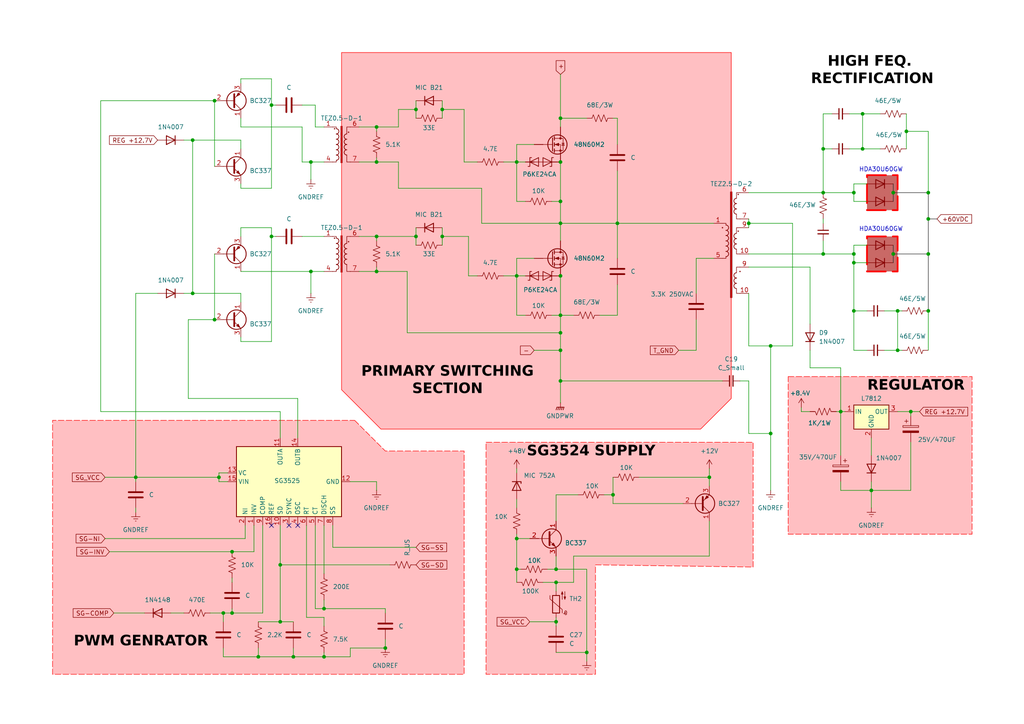
<source format=kicad_sch>
(kicad_sch (version 20250114) (generator "eeschema") (generator_version "9.0")
  (paper "A4")
  (title_block (title "PWM SWITCHING, RECTIFICATION AND REGULATION"))
  (text "HDA30U60GW" (at 255.524 49.276 0) (effects (font (size 1.27 1.27))))
  (text "HIGH FEQ. \nRECTIFICATION" (at 252.984 21.336 0) (effects (font (size 3 3) (thickness 0.254) (bold yes))))
  (text "REGULATOR" (at 265.684 112.776 0) (effects (font (size 3 3) (thickness 0.254) (bold yes))))
  (text "PWM GENRATOR" (at 40.894 186.944 0) (effects (font (size 3 3) (thickness 0.254) (bold yes))))
  (text "HDA30U60GW" (at 255.524 66.548 0) (effects (font (size 1.27 1.27))))
  (text "PRIMARY SWITCHING\nSECTION\n" (at 129.794 111.252 0) (effects (font (size 3 3) (thickness 0.254) (bold yes))))
  (text "SG3524 SUPPLY" (at 171.45 131.826 0) (effects (font (size 3 3) (thickness 0.254) (bold yes))))
  (junction (at 250.19 33.02))
  (junction (at 162.56 110.49))
  (junction (at 260.35 101.6))
  (junction (at 170.18 189.23))
  (junction (at 162.56 91.44))
  (junction (at 78.74 68.58))
  (junction (at 161.29 180.34))
  (junction (at 149.86 80.01))
  (junction (at 217.17 64.77))
  (junction (at 269.24 90.17))
  (junction (at 90.17 46.99))
  (junction (at 62.23 92.71))
  (junction (at 109.22 36.83))
  (junction (at 67.31 160.02))
  (junction (at 162.56 34.29))
  (junction (at 149.86 156.21))
  (junction (at 259.08 73.66))
  (junction (at 55.88 40.64))
  (junction (at 269.24 73.66))
  (junction (at 247.65 73.66))
  (junction (at 262.89 38.1))
  (junction (at 162.56 80.01))
  (junction (at 64.77 177.8))
  (junction (at 90.17 78.74))
  (junction (at 223.52 100.33))
  (junction (at 264.16 119.38))
  (junction (at 162.56 46.99))
  (junction (at 67.31 177.8))
  (junction (at 55.88 85.09))
  (junction (at 269.24 63.5))
  (junction (at 39.37 138.43))
  (junction (at 161.29 168.91))
  (junction (at 81.28 163.83))
  (junction (at 111.76 187.96))
  (junction (at 120.65 68.58))
  (junction (at 162.56 64.77))
  (junction (at 74.93 190.5))
  (junction (at 63.5 138.43))
  (junction (at 205.74 138.43))
  (junction (at 128.27 31.75))
  (junction (at 93.98 190.5))
  (junction (at 162.56 101.6))
  (junction (at 162.56 58.42))
  (junction (at 260.35 90.17))
  (junction (at 78.74 30.48))
  (junction (at 120.65 31.75))
  (junction (at 238.76 43.18))
  (junction (at 109.22 46.99))
  (junction (at 177.8 143.51))
  (junction (at 85.09 190.5))
  (junction (at 109.22 68.58))
  (junction (at 149.86 165.1))
  (junction (at 81.28 180.34))
  (junction (at 109.22 78.74))
  (junction (at 269.24 55.88))
  (junction (at 259.08 55.88))
  (junction (at 223.52 125.73))
  (junction (at 247.65 55.88))
  (junction (at 162.56 96.52))
  (junction (at 243.84 119.38))
  (junction (at 93.98 176.53))
  (junction (at 247.65 76.2))
  (junction (at 238.76 73.66))
  (junction (at 247.65 90.17))
  (junction (at 149.86 46.99))
  (junction (at 238.76 55.88))
  (junction (at 62.23 29.21))
  (junction (at 179.07 64.77))
  (junction (at 252.73 142.24))
  (junction (at 250.19 43.18))
  (junction (at 128.27 68.58))
  (junction (at 161.29 165.1))
  (no_connect (at 83.82 152.4))
  (no_connect (at 78.74 152.4))
  (no_connect (at 86.36 152.4))
  (wire (pts (xy 88.9 152.4) (xy 88.9 179.07)))
  (wire (pts (xy 223.52 100.33) (xy 223.52 125.73)))
  (wire (pts (xy 85.09 190.5) (xy 93.98 190.5)))
  (wire (pts (xy 81.28 163.83) (xy 113.03 163.83)))
  (wire (pts (xy 109.22 46.99) (xy 115.57 46.99)))
  (wire (pts (xy 162.56 110.49) (xy 162.56 116.84)))
  (wire (pts (xy 71.12 152.4) (xy 71.12 156.21)))
  (wire (pts (xy 217.17 63.5) (xy 217.17 64.77)))
  (wire (pts (xy 260.35 119.38) (xy 264.16 119.38)))
  (wire (pts (xy 120.65 29.21) (xy 120.65 31.75)))
  (wire (pts (xy 162.56 58.42) (xy 162.56 64.77)))
  (wire (pts (xy 109.22 36.83) (xy 115.57 36.83)))
  (wire (pts (xy 256.54 101.6) (xy 260.35 101.6)))
  (wire (pts (xy 217.17 125.73) (xy 217.17 110.49)))
  (wire (pts (xy 64.77 190.5) (xy 74.93 190.5)))
  (wire (pts (xy 118.11 78.74) (xy 118.11 96.52)))
  (wire (pts (xy 179.07 64.77) (xy 207.01 64.77)))
  (wire (pts (xy 269.24 38.1) (xy 269.24 55.88)))
  (wire (pts (xy 161.29 161.29) (xy 161.29 165.1)))
  (wire (pts (xy 64.77 177.8) (xy 64.77 180.34)))
  (wire (pts (xy 109.22 68.58) (xy 109.22 69.85)))
  (wire (pts (xy 134.62 31.75) (xy 128.27 31.75)))
  (wire (pts (xy 179.07 64.77) (xy 179.07 74.93)))
  (wire (pts (xy 54.61 92.71) (xy 62.23 92.71)))
  (wire (pts (xy 69.85 66.04) (xy 78.74 66.04)))
  (wire (pts (xy 238.76 55.88) (xy 247.65 55.88)))
  (wire (pts (xy 205.74 161.29) (xy 166.37 161.29)))
  (wire (pts (xy 90.17 78.74) (xy 93.98 78.74)))
  (wire (pts (xy 252.73 142.24) (xy 252.73 139.7)))
  (wire (pts (xy 217.17 110.49) (xy 214.63 110.49)))
  (wire (pts (xy 93.98 152.4) (xy 93.98 166.37)))
  (wire (pts (xy 238.76 33.02) (xy 238.76 43.18)))
  (wire (pts (xy 149.86 80.01) (xy 152.4 80.01)))
  (wire (pts (xy 201.93 74.93) (xy 201.93 85.09)))
  (wire (pts (xy 149.86 74.93) (xy 149.86 80.01)))
  (wire (pts (xy 243.84 119.38) (xy 243.84 132.08)))
  (wire (pts (xy 162.56 110.49) (xy 209.55 110.49)))
  (wire (pts (xy 259.08 71.12) (xy 259.08 73.66)) (stroke (width 0) (color 46 46 46 1)))
  (wire (pts (xy 247.65 53.34) (xy 251.46 53.34)))
  (wire (pts (xy 154.94 74.93) (xy 149.86 74.93)))
  (wire (pts (xy 135.89 80.01) (xy 135.89 68.58)))
  (wire (pts (xy 109.22 139.7) (xy 101.6 139.7)))
  (wire (pts (xy 78.74 30.48) (xy 78.74 22.86)))
  (wire (pts (xy 269.24 63.5) (xy 269.24 73.66)) (stroke (width 0) (color 46 46 46 1)))
  (wire (pts (xy 87.63 68.58) (xy 93.98 68.58)))
  (wire (pts (xy 177.8 146.05) (xy 198.12 146.05)))
  (wire (pts (xy 55.88 40.64) (xy 55.88 85.09)))
  (wire (pts (xy 109.22 142.24) (xy 109.22 139.7)))
  (wire (pts (xy 196.85 101.6) (xy 201.93 101.6)))
  (wire (pts (xy 162.56 21.59) (xy 162.56 34.29)))
  (wire (pts (xy 115.57 46.99) (xy 115.57 54.61)))
  (wire (pts (xy 223.52 100.33) (xy 229.87 100.33)))
  (wire (pts (xy 86.36 115.57) (xy 86.36 127)))
  (wire (pts (xy 260.35 90.17) (xy 260.35 101.6)))
  (wire (pts (xy 67.31 160.02) (xy 73.66 160.02)))
  (wire (pts (xy 185.42 138.43) (xy 205.74 138.43)))
  (wire (pts (xy 109.22 45.72) (xy 109.22 46.99)))
  (wire (pts (xy 81.28 119.38) (xy 81.28 127)))
  (wire (pts (xy 250.19 33.02) (xy 255.27 33.02)))
  (wire (pts (xy 63.5 138.43) (xy 63.5 139.7)))
  (wire (pts (xy 234.95 106.68) (xy 234.95 101.6)))
  (wire (pts (xy 161.29 189.23) (xy 170.18 189.23)))
  (wire (pts (xy 161.29 180.34) (xy 161.29 181.61)))
  (wire (pts (xy 111.76 185.42) (xy 111.76 187.96)))
  (wire (pts (xy 162.56 91.44) (xy 162.56 96.52)))
  (wire (pts (xy 170.18 189.23) (xy 170.18 191.77)))
  (wire (pts (xy 252.73 142.24) (xy 264.16 142.24)))
  (wire (pts (xy 247.65 76.2) (xy 247.65 90.17)))
  (wire (pts (xy 247.65 71.12) (xy 247.65 73.66)))
  (wire (pts (xy 118.11 96.52) (xy 162.56 96.52)))
  (wire (pts (xy 170.18 165.1) (xy 170.18 189.23)))
  (wire (pts (xy 88.9 179.07) (xy 93.98 179.07)))
  (wire (pts (xy 78.74 99.06) (xy 69.85 99.06)))
  (wire (pts (xy 162.56 101.6) (xy 162.56 110.49)))
  (wire (pts (xy 63.5 139.7) (xy 66.04 139.7)))
  (wire (pts (xy 66.04 137.16) (xy 63.5 137.16)))
  (wire (pts (xy 259.08 55.88) (xy 269.24 55.88)) (stroke (width 0) (color 46 46 46 1)))
  (wire (pts (xy 78.74 22.86) (xy 69.85 22.86)))
  (wire (pts (xy 109.22 78.74) (xy 118.11 78.74)))
  (wire (pts (xy 252.73 127) (xy 252.73 132.08)))
  (wire (pts (xy 81.28 180.34) (xy 85.09 180.34)))
  (wire (pts (xy 104.14 36.83) (xy 109.22 36.83)))
  (wire (pts (xy 153.67 180.34) (xy 161.29 180.34)))
  (wire (pts (xy 242.57 119.38) (xy 243.84 119.38)))
  (wire (pts (xy 260.35 90.17) (xy 261.62 90.17)))
  (wire (pts (xy 247.65 55.88) (xy 247.65 58.42)))
  (wire (pts (xy 74.93 180.34) (xy 81.28 180.34)))
  (wire (pts (xy 247.65 53.34) (xy 247.65 55.88)))
  (wire (pts (xy 139.7 64.77) (xy 162.56 64.77)))
  (wire (pts (xy 161.29 179.07) (xy 161.29 180.34)))
  (wire (pts (xy 101.6 187.96) (xy 111.76 187.96)))
  (wire (pts (xy 152.4 58.42) (xy 149.86 58.42)))
  (wire (pts (xy 86.36 115.57) (xy 54.61 115.57)))
  (wire (pts (xy 262.89 33.02) (xy 262.89 38.1)))
  (wire (pts (xy 256.54 90.17) (xy 260.35 90.17)))
  (wire (pts (xy 217.17 100.33) (xy 217.17 85.09)))
  (wire (pts (xy 250.19 43.18) (xy 255.27 43.18)))
  (wire (pts (xy 49.53 177.8) (xy 53.34 177.8)))
  (wire (pts (xy 109.22 68.58) (xy 120.65 68.58)))
  (wire (pts (xy 69.85 78.74) (xy 90.17 78.74)))
  (wire (pts (xy 179.07 34.29) (xy 177.8 34.29)))
  (wire (pts (xy 91.44 176.53) (xy 93.98 176.53)))
  (wire (pts (xy 69.85 53.34) (xy 69.85 54.61)))
  (wire (pts (xy 69.85 34.29) (xy 69.85 36.83)))
  (wire (pts (xy 104.14 46.99) (xy 109.22 46.99)))
  (wire (pts (xy 250.19 33.02) (xy 250.19 43.18)))
  (wire (pts (xy 201.93 92.71) (xy 201.93 101.6)))
  (wire (pts (xy 76.2 177.8) (xy 67.31 177.8)))
  (wire (pts (xy 162.56 34.29) (xy 162.56 36.83)))
  (wire (pts (xy 69.85 66.04) (xy 69.85 68.58)))
  (wire (pts (xy 135.89 68.58) (xy 128.27 68.58)))
  (wire (pts (xy 179.07 49.53) (xy 179.07 64.77)))
  (wire (pts (xy 269.24 63.5) (xy 271.78 63.5)) (stroke (width 0) (color 46 46 46 1)))
  (wire (pts (xy 243.84 139.7) (xy 243.84 142.24)))
  (wire (pts (xy 264.16 119.38) (xy 266.7 119.38)))
  (wire (pts (xy 149.86 58.42) (xy 149.86 46.99)))
  (wire (pts (xy 69.85 54.61) (xy 78.74 54.61)))
  (wire (pts (xy 166.37 91.44) (xy 162.56 91.44)))
  (wire (pts (xy 149.86 91.44) (xy 149.86 80.01)))
  (wire (pts (xy 87.63 36.83) (xy 87.63 46.99)))
  (wire (pts (xy 149.86 156.21) (xy 149.86 165.1)))
  (wire (pts (xy 134.62 46.99) (xy 134.62 31.75)))
  (wire (pts (xy 104.14 68.58) (xy 109.22 68.58)))
  (wire (pts (xy 217.17 125.73) (xy 223.52 125.73)))
  (wire (pts (xy 71.12 156.21) (xy 30.48 156.21)))
  (wire (pts (xy 259.08 73.66) (xy 269.24 73.66)) (stroke (width 0) (color 46 46 46 1)))
  (wire (pts (xy 238.76 73.66) (xy 247.65 73.66)))
  (wire (pts (xy 138.43 80.01) (xy 135.89 80.01)))
  (wire (pts (xy 175.26 143.51) (xy 177.8 143.51)))
  (wire (pts (xy 74.93 190.5) (xy 85.09 190.5)))
  (wire (pts (xy 251.46 90.17) (xy 247.65 90.17)))
  (wire (pts (xy 146.05 80.01) (xy 149.86 80.01)))
  (wire (pts (xy 81.28 163.83) (xy 81.28 180.34)))
  (wire (pts (xy 93.98 173.99) (xy 93.98 176.53)))
  (wire (pts (xy 62.23 48.26) (xy 62.23 29.21)))
  (wire (pts (xy 262.89 38.1) (xy 269.24 38.1)))
  (wire (pts (xy 78.74 66.04) (xy 78.74 68.58)))
  (wire (pts (xy 160.02 91.44) (xy 162.56 91.44)))
  (wire (pts (xy 161.29 165.1) (xy 158.75 165.1)))
  (wire (pts (xy 243.84 106.68) (xy 234.95 106.68)))
  (wire (pts (xy 161.29 143.51) (xy 161.29 151.13)))
  (wire (pts (xy 146.05 46.99) (xy 149.86 46.99)))
  (wire (pts (xy 149.86 165.1) (xy 149.86 168.91)))
  (wire (pts (xy 162.56 64.77) (xy 179.07 64.77)))
  (wire (pts (xy 78.74 68.58) (xy 80.01 68.58)))
  (wire (pts (xy 247.65 90.17) (xy 247.65 101.6)))
  (wire (pts (xy 243.84 119.38) (xy 245.11 119.38)))
  (wire (pts (xy 238.76 63.5) (xy 238.76 64.77)))
  (wire (pts (xy 238.76 43.18) (xy 238.76 55.88)))
  (wire (pts (xy 128.27 66.04) (xy 128.27 68.58)))
  (wire (pts (xy 54.61 115.57) (xy 54.61 92.71)))
  (wire (pts (xy 63.5 137.16) (xy 63.5 138.43)))
  (wire (pts (xy 229.87 100.33) (xy 229.87 64.77)))
  (wire (pts (xy 30.48 138.43) (xy 39.37 138.43)))
  (wire (pts (xy 154.94 101.6) (xy 162.56 101.6)))
  (wire (pts (xy 207.01 74.93) (xy 201.93 74.93)))
  (wire (pts (xy 243.84 142.24) (xy 252.73 142.24)))
  (wire (pts (xy 217.17 55.88) (xy 238.76 55.88)))
  (wire (pts (xy 162.56 46.99) (xy 162.56 58.42)))
  (wire (pts (xy 39.37 85.09) (xy 39.37 138.43)))
  (wire (pts (xy 128.27 68.58) (xy 128.27 71.12)))
  (wire (pts (xy 69.85 22.86) (xy 69.85 24.13)))
  (wire (pts (xy 93.98 176.53) (xy 111.76 176.53)))
  (wire (pts (xy 101.6 190.5) (xy 101.6 187.96)))
  (wire (pts (xy 149.86 165.1) (xy 151.13 165.1)))
  (wire (pts (xy 53.34 85.09) (xy 55.88 85.09)))
  (wire (pts (xy 93.98 179.07) (xy 93.98 181.61)))
  (wire (pts (xy 232.41 119.38) (xy 234.95 119.38)))
  (wire (pts (xy 170.18 165.1) (xy 161.29 165.1)))
  (wire (pts (xy 205.74 151.13) (xy 205.74 161.29)))
  (wire (pts (xy 104.14 78.74) (xy 109.22 78.74)))
  (wire (pts (xy 81.28 152.4) (xy 81.28 163.83)))
  (wire (pts (xy 264.16 119.38) (xy 264.16 120.65)))
  (wire (pts (xy 87.63 46.99) (xy 90.17 46.99)))
  (wire (pts (xy 241.3 33.02) (xy 238.76 33.02)))
  (wire (pts (xy 149.86 135.89) (xy 149.86 137.16)))
  (wire (pts (xy 69.85 87.63) (xy 69.85 85.09)))
  (wire (pts (xy 177.8 146.05) (xy 177.8 143.51)))
  (wire (pts (xy 76.2 152.4) (xy 76.2 177.8)))
  (wire (pts (xy 39.37 147.32) (xy 39.37 148.59)))
  (wire (pts (xy 217.17 73.66) (xy 238.76 73.66)))
  (wire (pts (xy 269.24 73.66) (xy 269.24 90.17)) (stroke (width 0) (color 46 46 46 1)))
  (wire (pts (xy 73.66 160.02) (xy 73.66 152.4)))
  (wire (pts (xy 78.74 68.58) (xy 78.74 99.06)))
  (wire (pts (xy 217.17 100.33) (xy 223.52 100.33)))
  (wire (pts (xy 149.86 156.21) (xy 153.67 156.21)))
  (wire (pts (xy 62.23 29.21) (xy 29.21 29.21)))
  (wire (pts (xy 161.29 143.51) (xy 167.64 143.51)))
  (wire (pts (xy 259.08 73.66) (xy 259.08 76.2)) (stroke (width 0) (color 46 46 46 1)))
  (wire (pts (xy 85.09 187.96) (xy 85.09 190.5)))
  (wire (pts (xy 67.31 167.64) (xy 67.31 168.91)))
  (wire (pts (xy 96.52 158.75) (xy 120.65 158.75)))
  (wire (pts (xy 238.76 43.18) (xy 241.3 43.18)))
  (wire (pts (xy 39.37 138.43) (xy 39.37 139.7)))
  (wire (pts (xy 90.17 46.99) (xy 93.98 46.99)))
  (wire (pts (xy 139.7 54.61) (xy 139.7 64.77)))
  (wire (pts (xy 115.57 36.83) (xy 115.57 31.75)))
  (wire (pts (xy 128.27 29.21) (xy 128.27 31.75)))
  (wire (pts (xy 33.02 177.8) (xy 41.91 177.8)))
  (wire (pts (xy 69.85 40.64) (xy 69.85 43.18)))
  (wire (pts (xy 205.74 135.89) (xy 205.74 138.43)))
  (wire (pts (xy 269.24 55.88) (xy 269.24 63.5)) (stroke (width 0) (color 46 46 46 1)))
  (wire (pts (xy 78.74 30.48) (xy 80.01 30.48)))
  (wire (pts (xy 91.44 30.48) (xy 91.44 36.83)))
  (wire (pts (xy 45.72 85.09) (xy 39.37 85.09)))
  (wire (pts (xy 149.86 154.94) (xy 149.86 156.21)))
  (wire (pts (xy 234.95 77.47) (xy 217.17 77.47)))
  (wire (pts (xy 162.56 91.44) (xy 162.56 80.01)))
  (wire (pts (xy 69.85 85.09) (xy 55.88 85.09)))
  (wire (pts (xy 120.65 31.75) (xy 120.65 34.29)))
  (wire (pts (xy 223.52 125.73) (xy 223.52 142.24)))
  (wire (pts (xy 93.98 189.23) (xy 93.98 190.5)))
  (wire (pts (xy 247.65 71.12) (xy 251.46 71.12)))
  (wire (pts (xy 78.74 54.61) (xy 78.74 30.48)))
  (wire (pts (xy 246.38 33.02) (xy 250.19 33.02)))
  (wire (pts (xy 264.16 128.27) (xy 264.16 142.24)))
  (wire (pts (xy 31.75 160.02) (xy 67.31 160.02)))
  (wire (pts (xy 247.65 73.66) (xy 247.65 76.2)))
  (wire (pts (xy 109.22 77.47) (xy 109.22 78.74)))
  (wire (pts (xy 96.52 152.4) (xy 96.52 158.75)))
  (wire (pts (xy 115.57 31.75) (xy 120.65 31.75)))
  (wire (pts (xy 259.08 53.34) (xy 259.08 55.88)) (stroke (width 0) (color 46 46 46 1)))
  (wire (pts (xy 149.86 144.78) (xy 149.86 147.32)))
  (wire (pts (xy 120.65 66.04) (xy 120.65 68.58)))
  (wire (pts (xy 162.56 34.29) (xy 170.18 34.29)))
  (wire (pts (xy 91.44 36.83) (xy 93.98 36.83)))
  (wire (pts (xy 149.86 46.99) (xy 152.4 46.99)))
  (wire (pts (xy 252.73 142.24) (xy 252.73 147.32)))
  (wire (pts (xy 229.87 64.77) (xy 217.17 64.77)))
  (wire (pts (xy 67.31 176.53) (xy 67.31 177.8)))
  (wire (pts (xy 161.29 168.91) (xy 161.29 171.45)))
  (wire (pts (xy 62.23 92.71) (xy 62.23 73.66)))
  (wire (pts (xy 91.44 152.4) (xy 91.44 176.53)))
  (wire (pts (xy 152.4 91.44) (xy 149.86 91.44)))
  (wire (pts (xy 246.38 43.18) (xy 250.19 43.18)))
  (wire (pts (xy 53.34 40.64) (xy 55.88 40.64)))
  (wire (pts (xy 154.94 41.91) (xy 149.86 41.91)))
  (wire (pts (xy 217.17 64.77) (xy 217.17 66.04)))
  (wire (pts (xy 260.35 101.6) (xy 261.62 101.6)))
  (wire (pts (xy 238.76 69.85) (xy 238.76 73.66)))
  (wire (pts (xy 179.07 82.55) (xy 179.07 91.44)))
  (wire (pts (xy 247.65 76.2) (xy 251.46 76.2)))
  (wire (pts (xy 115.57 54.61) (xy 139.7 54.61)))
  (wire (pts (xy 149.86 41.91) (xy 149.86 46.99)))
  (wire (pts (xy 74.93 187.96) (xy 74.93 190.5)))
  (wire (pts (xy 166.37 161.29) (xy 166.37 168.91)))
  (wire (pts (xy 179.07 34.29) (xy 179.07 41.91)))
  (wire (pts (xy 128.27 31.75) (xy 128.27 34.29)))
  (wire (pts (xy 232.41 118.11) (xy 232.41 119.38)))
  (wire (pts (xy 69.85 99.06) (xy 69.85 97.79)))
  (wire (pts (xy 269.24 90.17) (xy 269.24 101.6)))
  (wire (pts (xy 179.07 91.44) (xy 173.99 91.44)))
  (wire (pts (xy 90.17 78.74) (xy 90.17 85.09)))
  (wire (pts (xy 177.8 138.43) (xy 177.8 143.51)))
  (wire (pts (xy 262.89 38.1) (xy 262.89 43.18)))
  (wire (pts (xy 109.22 36.83) (xy 109.22 38.1)))
  (wire (pts (xy 205.74 138.43) (xy 205.74 140.97)))
  (wire (pts (xy 234.95 77.47) (xy 234.95 93.98)))
  (wire (pts (xy 39.37 138.43) (xy 63.5 138.43)))
  (wire (pts (xy 93.98 190.5) (xy 101.6 190.5)))
  (wire (pts (xy 162.56 96.52) (xy 162.56 101.6)))
  (wire (pts (xy 90.17 52.07) (xy 90.17 46.99)))
  (wire (pts (xy 157.48 168.91) (xy 161.29 168.91)))
  (wire (pts (xy 111.76 176.53) (xy 111.76 177.8)))
  (wire (pts (xy 166.37 168.91) (xy 161.29 168.91)))
  (wire (pts (xy 60.96 177.8) (xy 64.77 177.8)))
  (wire (pts (xy 243.84 106.68) (xy 243.84 119.38)))
  (wire (pts (xy 87.63 30.48) (xy 91.44 30.48)))
  (wire (pts (xy 120.65 68.58) (xy 120.65 71.12)))
  (wire (pts (xy 55.88 40.64) (xy 69.85 40.64)))
  (wire (pts (xy 160.02 58.42) (xy 162.56 58.42)))
  (wire (pts (xy 259.08 55.88) (xy 259.08 58.42)) (stroke (width 0) (color 46 46 46 1)))
  (wire (pts (xy 69.85 36.83) (xy 87.63 36.83)))
  (wire (pts (xy 64.77 187.96) (xy 64.77 190.5)))
  (wire (pts (xy 67.31 177.8) (xy 64.77 177.8)))
  (wire (pts (xy 29.21 29.21) (xy 29.21 119.38)))
  (wire (pts (xy 138.43 46.99) (xy 134.62 46.99)))
  (wire (pts (xy 247.65 58.42) (xy 251.46 58.42)))
  (wire (pts (xy 162.56 64.77) (xy 162.56 69.85)))
  (wire (pts (xy 247.65 101.6) (xy 251.46 101.6)))
  (wire (pts (xy 29.21 119.38) (xy 81.28 119.38)))
  (global_label "SG_VCC" (shape input) (at 30.48 138.43 180) (property "Intersheetrefs" "${INTERSHEET_REFS}" (effects (hide yes))))
  (global_label "SG-NI" (shape input) (at 30.48 156.21 180) (property "Intersheetrefs" "${INTERSHEET_REFS}" (effects (hide yes))))
  (global_label "SG_VCC" (shape input) (at 153.67 180.34 180) (property "Intersheetrefs" "${INTERSHEET_REFS}" (effects (hide yes))))
  (global_label "-" (shape input) (at 154.94 101.6 180) (property "Intersheetrefs" "${INTERSHEET_REFS}" (effects (hide yes))))
  (global_label "+60VDC" (shape input) (at 271.78 63.5 0) (property "Intersheetrefs" "${INTERSHEET_REFS}" (effects (hide yes))))
  (global_label "SG-INV" (shape input) (at 31.75 160.02 180) (property "Intersheetrefs" "${INTERSHEET_REFS}" (effects (hide yes))))
  (global_label "SG-SD" (shape input) (at 120.65 163.83 0) (property "Intersheetrefs" "${INTERSHEET_REFS}" (effects (hide yes))))
  (global_label "REG +12.7V" (shape input) (at 266.7 119.38 0) (property "Intersheetrefs" "${INTERSHEET_REFS}" (effects (hide yes))))
  (global_label "REG +12.7V" (shape input) (at 45.72 40.64 180) (property "Intersheetrefs" "${INTERSHEET_REFS}" (effects (hide yes))))
  (global_label "SG-COMP" (shape input) (at 33.02 177.8 180) (property "Intersheetrefs" "${INTERSHEET_REFS}" (effects (hide yes))))
  (global_label "+" (shape input) (at 162.56 21.59 90) (property "Intersheetrefs" "${INTERSHEET_REFS}" (effects (hide yes))))
  (global_label "SG-SS" (shape input) (at 120.65 158.75 0) (property "Intersheetrefs" "${INTERSHEET_REFS}" (effects (hide yes))))
  (global_label "T_GND" (shape input) (at 196.85 101.6 180) (property "Intersheetrefs" "${INTERSHEET_REFS}" (effects (hide yes))))
  (rule_area (polyline (pts (xy 228.6 109.22) (xy 281.94 109.22) (xy 281.94 154.94) (xy 228.6 154.94)) (stroke (width 0) (type dash)) (fill (type color) (color 255 0 12 0.2509803922))))
  (rule_area (polyline (pts (xy 251.46 68.58) (xy 260.35 68.58) (xy 260.35 78.74) (xy 251.46 78.74)) (stroke (width 0.5) (type dash)) (fill (type color) (color 166 5 1 0.6))))
  (rule_area (polyline (pts (xy 251.46 50.8) (xy 260.35 50.8) (xy 260.35 60.96) (xy 251.46 60.96)) (stroke (width 0.5) (type dash)) (fill (type color) (color 166 5 1 0.6))))
  (rule_area (polyline (pts (xy 212.09 15.24) (xy 212.09 115.57) (xy 203.2 124.46) (xy 110.49 124.46) (xy 99.06 113.03) (xy 99.06 15.24) (xy 104.14 15.24)) (fill (type color) (color 255 0 12 0.25))))
  (rule_area (polyline (pts (xy 140.97 128.27) (xy 218.44 128.27) (xy 218.44 130.175) (xy 218.44 164.465) (xy 172.72 163.83) (xy 172.72 195.58) (xy 140.97 195.58)) (stroke (width 0) (type dash)) (fill (type color) (color 255 0 12 0.2509803922))))
  (rule_area (polyline (pts (xy 102.87 121.92) (xy 111.76 130.81) (xy 134.62 130.81) (xy 134.62 195.58) (xy 15.24 195.58) (xy 15.24 121.92) (xy 20.32 121.92)) (stroke (width 0) (type dash)) (fill (type color) (color 255 0 12 0.2509803922))))
  (symbol (lib_id "Diode:1N4148") (at 124.46 66.04 0) (unit 1)
    (property "Reference" "D6" (effects (hide yes)))
    (property "Value" "MIC B21" (at 124.46 62.23 0))
    (property "Footprint" "Diode_THT:D_DO-35_SOD27_P7.62mm_Horizontal" (effects (hide yes)))
    (property "Datasheet" "https://assets.nexperia.com/documents/data-sheet/1N4148_1N4448.pdf" (effects (hide yes)))
    (property "Description" "100V 0.15A standard switching diode, DO-35" (effects (hide yes)))
    (property "Sim.Device" "D" (effects (hide yes)))
    (property "Sim.Pins" "1=K 2=A" (effects (hide yes)))
  )
  (symbol (lib_name "R_US_1") (lib_id "Device:R_US") (at 149.86 151.13 0) (unit 1)
    (property "Reference" "R40" (effects (hide yes)))
    (property "Value" "10K" (at 147.32 149.8601 0) (effects (justify right)))
    (property "Description" "Resistor, US symbol" (effects (hide yes)))
  )
  (symbol (lib_id "Device:R_US") (at 238.76 59.69 180) (unit 1)
    (property "Reference" "R21" (effects (hide yes)))
    (property "Value" "46E/3W" (at 228.854 59.436 0) (effects (justify right)))
    (property "Description" "Resistor, US symbol" (effects (hide yes)))
  )
  (symbol (lib_id "power:GNDREF") (at 111.76 187.96 0) (unit 1)
    (property "Reference" "#PWR07" (effects (hide yes)))
    (property "Value" "GNDREF" (at 111.76 193.04 0))
    (property "Description" "Power symbol creates a global label with name \"GNDREF\" , reference supply ground" (effects (hide yes)))
  )
  (symbol (lib_id "Device:C") (at 39.37 143.51 180) (unit 1)
    (property "Reference" "C28" (effects (hide yes)))
    (property "Value" "C" (at 43.18 143.5099 0) (effects (justify right)))
    (property "Description" "Unpolarized capacitor" (effects (hide yes)))
  )
  (symbol (lib_id "Device:C") (at 85.09 184.15 180) (unit 1)
    (property "Reference" "C16" (effects (hide yes)))
    (property "Value" "C" (at 88.9 184.1499 0) (effects (justify right)))
    (property "Description" "Unpolarized capacitor" (effects (hide yes)))
  )
  (symbol (lib_id "Diode:1N4148") (at 124.46 29.21 0) (unit 1)
    (property "Reference" "D?" (effects (hide yes)))
    (property "Value" "MIC B21" (at 124.46 25.4 0))
    (property "Footprint" "Diode_THT:D_DO-35_SOD27_P7.62mm_Horizontal" (effects (hide yes)))
    (property "Datasheet" "https://assets.nexperia.com/documents/data-sheet/1N4148_1N4448.pdf" (effects (hide yes)))
    (property "Description" "100V 0.15A standard switching diode, DO-35" (effects (hide yes)))
    (property "Sim.Device" "D" (effects (hide yes)))
    (property "Sim.Pins" "1=K 2=A" (effects (hide yes)))
  )
  (symbol (lib_id "Device:R_US") (at 142.24 46.99 90) (unit 1)
    (property "Reference" "R9" (effects (hide yes)))
    (property "Value" "4.7E" (at 142.24 43.18 90))
    (property "Description" "Resistor, US symbol" (effects (hide yes)))
  )
  (symbol (lib_id "Device:C_Polarized") (at 264.16 124.46 0) (unit 1)
    (property "Reference" "C14" (effects (hide yes)))
    (property "Value" "25V/470UF" (at 266.192 127.508 0) (effects (justify left)))
    (property "Description" "Polarized capacitor" (effects (hide yes)))
  )
  (symbol (lib_id "Device:R_US") (at 57.15 177.8 90) (unit 1)
    (property "Reference" "R20" (effects (hide yes)))
    (property "Value" "470E" (at 57.15 173.99 90))
    (property "Description" "Resistor, US symbol" (effects (hide yes)))
  )
  (symbol (lib_id "Device:R_US") (at 265.43 101.6 270) (unit 1)
    (property "Reference" "R25" (effects (hide yes)))
    (property "Value" "46E/5W" (at 264.668 97.536 90))
    (property "Description" "Resistor, US symbol" (effects (hide yes)))
  )
  (symbol (lib_id "power:GNDREF") (at 109.22 142.24 0) (unit 1)
    (property "Reference" "#PWR06" (effects (hide yes)))
    (property "Value" "GNDREF" (at 109.22 147.32 0))
    (property "Description" "Power symbol creates a global label with name \"GNDREF\" , reference supply ground" (effects (hide yes)))
  )
  (symbol (lib_id "Transformer:TEZ0.5-D-1") (at 99.06 41.91 0) (unit 1)
    (property "Reference" "TR?" (effects (hide yes)))
    (property "Value" "TEZ0.5-D-1" (at 99.0981 34.29 0))
    (property "Footprint" "Transformer_THT:Transformer_Breve_TEZ-22x24" (effects (hide yes)))
    (property "Datasheet" "http://www.breve.pl/pdf/ANG/TEZ_ang.pdf" (effects (hide yes)))
    (property "Description" "TEZ0.5/D/x, 0.5VA, Single Secondary, Cast Resin Transformer, PCB" (effects (hide yes)))
  )
  (symbol (lib_id "Device:R_US") (at 93.98 170.18 0) (unit 1)
    (property "Reference" "R15" (effects (hide yes)))
    (property "Value" "200E" (at 96.52 170.1799 0) (effects (justify left)))
    (property "Description" "Resistor, US symbol" (effects (hide yes)))
  )
  (symbol (lib_id "Device:C") (at 83.82 68.58 90) (unit 1)
    (property "Reference" "C12" (effects (hide yes)))
    (property "Value" "C" (at 83.82 63.5 90))
    (property "Description" "Unpolarized capacitor" (effects (hide yes)))
  )
  (symbol (lib_id "power:GNDREF") (at 223.52 142.24 0) (unit 1)
    (property "Reference" "#PWR?" (effects (hide yes)))
    (property "Value" "GNDREF" (at 223.52 147.32 0))
    (property "Description" "Power symbol creates a global label with name \"GNDREF\" , reference supply ground" (effects (hide yes)))
  )
  (symbol (lib_id "Device:C") (at 179.07 78.74 0) (unit 1)
    (property "Reference" "C8" (effects (hide yes)))
    (property "Value" "C" (at 182.88 78.7399 0) (effects (justify left)))
    (property "Description" "Unpolarized capacitor" (effects (hide yes)))
  )
  (symbol (lib_id "Transistor_BJT:BC327") (at 67.31 73.66 0) (mirror x) (unit 1)
    (property "Reference" "Q6" (effects (hide yes)))
    (property "Value" "BC327" (at 72.39 73.6599 0) (effects (justify left)))
    (property "Footprint" "Package_TO_SOT_THT:TO-92_Inline" (effects (hide yes)))
    (property "Datasheet" "http://www.onsemi.com/pub_link/Collateral/BC327-D.PDF" (effects (hide yes)))
    (property "Description" "0.8A Ic, 45V Vce, PNP Transistor, TO-92" (effects (hide yes)))
  )
  (symbol (lib_id "Device:C") (at 179.07 45.72 0) (unit 1)
    (property "Reference" "C7" (effects (hide yes)))
    (property "Value" "C" (at 182.88 45.7199 0) (effects (justify left)))
    (property "Description" "Unpolarized capacitor" (effects (hide yes)))
  )
  (symbol (lib_id "Transistor_BJT:BC327") (at 203.2 146.05 0) (mirror x) (unit 1)
    (property "Reference" "Q7" (effects (hide yes)))
    (property "Value" "BC327" (at 208.28 146.0499 0) (effects (justify left)))
    (property "Footprint" "Package_TO_SOT_THT:TO-92_Inline" (effects (hide yes)))
    (property "Datasheet" "http://www.onsemi.com/pub_link/Collateral/BC327-D.PDF" (effects (hide yes)))
    (property "Description" "0.8A Ic, 45V Vce, PNP Transistor, TO-92" (effects (hide yes)))
  )
  (symbol (lib_id "Device:C") (at 111.76 181.61 180) (unit 1)
    (property "Reference" "C15" (effects (hide yes)))
    (property "Value" "C" (at 115.57 181.6099 0) (effects (justify right)))
    (property "Description" "Unpolarized capacitor" (effects (hide yes)))
  )
  (symbol (lib_id "Device:R_US") (at 74.93 184.15 0) (unit 1)
    (property "Reference" "R17" (effects (hide yes)))
    (property "Value" "2.2K" (at 77.47 184.1499 0) (effects (justify left)))
    (property "Description" "Resistor, US symbol" (effects (hide yes)))
  )
  (symbol (lib_id "Transistor_BJT:BC337") (at 67.31 92.71 0) (unit 1)
    (property "Reference" "Q5" (effects (hide yes)))
    (property "Value" "BC337" (at 72.39 93.9799 0) (effects (justify left)))
    (property "Footprint" "Package_TO_SOT_THT:TO-92_Inline" (effects (hide yes)))
    (property "Datasheet" "https://diotec.com/tl_files/diotec/files/pdf/datasheets/bc337.pdf" (effects (hide yes)))
    (property "Description" "0.8A Ic, 45V Vce, NPN Transistor, TO-92" (effects (hide yes)))
  )
  (symbol (lib_id "Diode:1N4007") (at 255.27 53.34 180) (unit 1)
    (property "Reference" "D12" (effects (hide yes)))
    (property "Value" "1N4007" (effects (hide yes)))
    (property "Footprint" "Diode_THT:D_DO-41_SOD81_P10.16mm_Horizontal" (effects (hide yes)))
    (property "Datasheet" "http://www.vishay.com/docs/88503/1n4001.pdf" (effects (hide yes)))
    (property "Description" "1000V 1A General Purpose Rectifier Diode, DO-41" (effects (hide yes)))
    (property "Sim.Device" "D" (effects (hide yes)))
    (property "Sim.Pins" "1=K 2=A" (effects (hide yes)))
  )
  (symbol (lib_name "R_US_1") (lib_id "Device:R_US") (at 116.84 163.83 270) (unit 1)
    (property "Reference" "R18" (effects (hide yes)))
    (property "Value" "R_US" (at 118.1099 161.29 0) (effects (justify right)))
    (property "Description" "Resistor, US symbol" (effects (hide yes)))
  )
  (symbol (lib_id "Device:C_Small") (at 243.84 33.02 90) (unit 1)
    (property "Reference" "C25" (effects (hide yes)))
    (property "Value" "C_Small" (effects (hide yes)))
    (property "Description" "Unpolarized capacitor, small symbol" (effects (hide yes)))
  )
  (symbol (lib_id "Device:Q_NMOS") (at 160.02 74.93 0) (unit 1)
    (property "Reference" "Q2" (effects (hide yes)))
    (property "Value" "48N60M2" (at 166.37 74.9299 0) (effects (justify left)))
    (property "Description" "N-MOSFET transistor" (effects (hide yes)))
  )
  (symbol (lib_id "Device:R_US") (at 173.99 34.29 90) (unit 1)
    (property "Reference" "R4" (effects (hide yes)))
    (property "Value" "68E/3W" (at 173.99 30.48 90))
    (property "Description" "Resistor, US symbol" (effects (hide yes)))
  )
  (symbol (lib_name "R_US_1") (lib_id "Device:R_US") (at 171.45 143.51 270) (unit 1)
    (property "Reference" "R39" (effects (hide yes)))
    (property "Value" "10K" (at 173.736 140.97 90) (effects (justify right)))
    (property "Description" "Resistor, US symbol" (effects (hide yes)))
  )
  (symbol (lib_id "Diode:1N4007") (at 49.53 85.09 180) (unit 1)
    (property "Reference" "D8" (effects (hide yes)))
    (property "Value" "1N4007" (at 49.53 81.28 0))
    (property "Footprint" "Diode_THT:D_DO-41_SOD81_P10.16mm_Horizontal" (effects (hide yes)))
    (property "Datasheet" "http://www.vishay.com/docs/88503/1n4001.pdf" (effects (hide yes)))
    (property "Description" "1000V 1A General Purpose Rectifier Diode, DO-41" (effects (hide yes)))
    (property "Sim.Device" "D" (effects (hide yes)))
    (property "Sim.Pins" "1=K 2=A" (effects (hide yes)))
  )
  (symbol (lib_id "Device:C_Small") (at 254 90.17 90) (unit 1)
    (property "Reference" "C20" (effects (hide yes)))
    (property "Value" "C_Small" (effects (hide yes)))
    (property "Description" "Unpolarized capacitor, small symbol" (effects (hide yes)))
  )
  (symbol (lib_id "Diode:ESD9B3.3ST5G") (at 157.48 46.99 0) (unit 1)
    (property "Reference" "D?" (effects (hide yes)))
    (property "Value" "P6KE24CA" (at 156.464 50.546 0))
    (property "Footprint" "Diode_SMD:D_SOD-923" (effects (hide yes)))
    (property "Datasheet" "https://www.onsemi.com/pub/Collateral/ESD9B-D.PDF" (effects (hide yes)))
    (property "Description" "ESD protection diode, 3.3Vrwm, SOD-923" (effects (hide yes)))
  )
  (symbol (lib_id "Device:Q_NMOS") (at 160.02 41.91 0) (unit 1)
    (property "Reference" "Q?" (effects (hide yes)))
    (property "Value" "48N60M2" (at 166.37 41.9099 0) (effects (justify left)))
    (property "Description" "N-MOSFET transistor" (effects (hide yes)))
  )
  (symbol (lib_id "Device:C_Small") (at 238.76 67.31 0) (unit 1)
    (property "Reference" "C22" (effects (hide yes)))
    (property "Value" "C_Small" (effects (hide yes)))
    (property "Description" "Unpolarized capacitor, small symbol" (effects (hide yes)))
  )
  (symbol (lib_id "Device:C_Small") (at 212.09 110.49 90) (unit 1)
    (property "Reference" "C19" (at 212.0963 104.14 90))
    (property "Value" "C_Small" (at 212.0963 106.68 90))
    (property "Description" "Unpolarized capacitor, small symbol" (effects (hide yes)))
  )
  (symbol (lib_id "power:+1V0") (at 232.41 118.11 0) (unit 1)
    (property "Reference" "#PWR09" (effects (hide yes)))
    (property "Value" "+8.4V" (at 229.108 114.046 0) (effects (justify left)))
    (property "Description" "Power symbol creates a global label with name \"+1V0\"" (effects (hide yes)))
  )
  (symbol (lib_id "Transformer:TEZ0.5-D-1") (at 99.06 73.66 0) (unit 1)
    (property "Reference" "TR3" (effects (hide yes)))
    (property "Value" "TEZ0.5-D-1" (at 99.0981 66.04 0))
    (property "Footprint" "Transformer_THT:Transformer_Breve_TEZ-22x24" (effects (hide yes)))
    (property "Datasheet" "http://www.breve.pl/pdf/ANG/TEZ_ang.pdf" (effects (hide yes)))
    (property "Description" "TEZ0.5/D/x, 0.5VA, Single Secondary, Cast Resin Transformer, PCB" (effects (hide yes)))
  )
  (symbol (lib_id "power:GNDREF") (at 90.17 85.09 0) (unit 1)
    (property "Reference" "#PWR04" (effects (hide yes)))
    (property "Value" "GNDREF" (at 90.17 90.17 0))
    (property "Description" "Power symbol creates a global label with name \"GNDREF\" , reference supply ground" (effects (hide yes)))
  )
  (symbol (lib_id "Diode:1N4148") (at 45.72 177.8 0) (unit 1)
    (property "Reference" "D11" (effects (hide yes)))
    (property "Value" "1N4148" (at 45.72 173.99 0))
    (property "Footprint" "Diode_THT:D_DO-35_SOD27_P7.62mm_Horizontal" (effects (hide yes)))
    (property "Datasheet" "https://assets.nexperia.com/documents/data-sheet/1N4148_1N4448.pdf" (effects (hide yes)))
    (property "Description" "100V 0.15A standard switching diode, DO-35" (effects (hide yes)))
    (property "Sim.Device" "D" (effects (hide yes)))
    (property "Sim.Pins" "1=K 2=A" (effects (hide yes)))
  )
  (symbol (lib_id "Device:R_US") (at 142.24 80.01 90) (unit 1)
    (property "Reference" "R10" (effects (hide yes)))
    (property "Value" "4.7E" (at 142.24 76.2 90))
    (property "Description" "Resistor, US symbol" (effects (hide yes)))
  )
  (symbol (lib_id "Transformer:TEZ2.5-D-2") (at 212.09 63.5 0) (unit 1)
    (property "Reference" "TR?" (effects (hide yes)))
    (property "Value" "TEZ2.5-D-2" (at 212.09 53.34 0))
    (property "Footprint" "Transformer_THT:Transformer_Breve_TEZ-28x33" (effects (hide yes)))
    (property "Datasheet" "http://www.breve.pl/pdf/ANG/TEZ_ang.pdf" (effects (hide yes)))
    (property "Description" "TEZ2.5/D/x-x, 2.5VA, Dual Secondary, Cast Resin Transformer, PCB" (effects (hide yes)))
  )
  (symbol (lib_id "Device:C_Small") (at 243.84 43.18 90) (unit 1)
    (property "Reference" "C26" (effects (hide yes)))
    (property "Value" "C_Small" (effects (hide yes)))
    (property "Description" "Unpolarized capacitor, small symbol" (effects (hide yes)))
  )
  (symbol (lib_id "Device:R_US") (at 238.76 119.38 270) (mirror x) (unit 1)
    (property "Reference" "R37" (effects (hide yes)))
    (property "Value" "1K/1W" (at 241.046 122.682 90) (effects (justify right)))
    (property "Description" "Resistor, US symbol" (effects (hide yes)))
  )
  (symbol (lib_id "Device:D_Zener") (at 149.86 140.97 270) (unit 1)
    (property "Reference" "D16" (effects (hide yes)))
    (property "Value" "MIC 752A" (at 151.892 137.922 90) (effects (justify left)))
    (property "Description" "Zener diode" (effects (hide yes)))
  )
  (symbol (lib_id "power:+1V0") (at 205.74 135.89 0) (unit 1)
    (property "Reference" "#PWR013" (effects (hide yes)))
    (property "Value" "+12V" (at 205.74 130.81 0))
    (property "Description" "Power symbol creates a global label with name \"+1V0\"" (effects (hide yes)))
  )
  (symbol (lib_id "power:GNDREF") (at 170.18 191.77 0) (unit 1)
    (property "Reference" "#PWR014" (effects (hide yes)))
    (property "Value" "GNDREF" (effects (hide yes)))
    (property "Description" "Power symbol creates a global label with name \"GNDREF\" , reference supply ground" (effects (hide yes)))
  )
  (symbol (lib_id "Regulator_Controller:SG3525") (at 83.82 139.7 90) (unit 1)
    (property "Reference" "U?" (effects (hide yes)))
    (property "Value" "SG3525" (at 83.312 139.446 90))
    (property "Datasheet" "www.st.com/resource/en/datasheet/sg3525.pdf" (effects (hide yes)))
    (property "Description" "Regulating Pulse Width Modulators, NOR Logic, PDIP-16/SOIC-16" (effects (hide yes)))
  )
  (symbol (lib_id "Device:R_US") (at 67.31 163.83 0) (unit 1)
    (property "Reference" "R19" (effects (hide yes)))
    (property "Value" "10K" (at 69.85 163.8299 0) (effects (justify left)))
    (property "Description" "Resistor, US symbol" (effects (hide yes)))
  )
  (symbol (lib_name "R_US_1") (lib_id "Device:R_US") (at 154.94 165.1 270) (unit 1)
    (property "Reference" "R41" (effects (hide yes)))
    (property "Value" "10K" (at 156.972 162.56 90) (effects (justify right)))
    (property "Description" "Resistor, US symbol" (effects (hide yes)))
  )
  (symbol (lib_id "Device:Thermistor_NTC") (at 161.29 175.26 180) (unit 1)
    (property "Reference" "TH2" (at 165.1 173.6724 0) (effects (justify right)))
    (property "Value" "Thermistor_NTC" (effects (hide yes)))
    (property "Description" "Temperature dependent resistor, negative temperature coefficient" (effects (hide yes)))
  )
  (symbol (lib_id "power:GNDPWR") (at 162.56 116.84 0) (unit 1)
    (property "Reference" "#PWR?" (effects (hide yes)))
    (property "Value" "GNDPWR" (at 162.433 120.65 0))
    (property "Description" "Power symbol creates a global label with name \"GNDPWR\" , global ground" (effects (hide yes)))
  )
  (symbol (lib_id "Transistor_BJT:BC327") (at 67.31 29.21 0) (mirror x) (unit 1)
    (property "Reference" "Q?" (effects (hide yes)))
    (property "Value" "BC327" (at 72.39 29.2099 0) (effects (justify left)))
    (property "Footprint" "Package_TO_SOT_THT:TO-92_Inline" (effects (hide yes)))
    (property "Datasheet" "http://www.onsemi.com/pub_link/Collateral/BC327-D.PDF" (effects (hide yes)))
    (property "Description" "0.8A Ic, 45V Vce, PNP Transistor, TO-92" (effects (hide yes)))
  )
  (symbol (lib_id "Device:C") (at 83.82 30.48 90) (unit 1)
    (property "Reference" "C11" (effects (hide yes)))
    (property "Value" "C" (at 83.82 25.4 90))
    (property "Description" "Unpolarized capacitor" (effects (hide yes)))
  )
  (symbol (lib_id "Device:C_Polarized") (at 243.84 135.89 0) (mirror y) (unit 1)
    (property "Reference" "C13" (effects (hide yes)))
    (property "Value" "35V/470UF" (at 242.824 132.588 0) (effects (justify left)))
    (property "Description" "Polarized capacitor" (effects (hide yes)))
  )
  (symbol (lib_id "Device:C") (at 67.31 172.72 180) (unit 1)
    (property "Reference" "C18" (effects (hide yes)))
    (property "Value" "C" (at 71.12 172.7199 0) (effects (justify right)))
    (property "Description" "Unpolarized capacitor" (effects (hide yes)))
  )
  (symbol (lib_id "Transistor_BJT:BC337") (at 158.75 156.21 0) (unit 1)
    (property "Reference" "Q8" (effects (hide yes)))
    (property "Value" "BC337" (at 163.83 157.4799 0) (effects (justify left)))
    (property "Footprint" "Package_TO_SOT_THT:TO-92_Inline" (effects (hide yes)))
    (property "Datasheet" "https://diotec.com/tl_files/diotec/files/pdf/datasheets/bc337.pdf" (effects (hide yes)))
    (property "Description" "0.8A Ic, 45V Vce, NPN Transistor, TO-92" (effects (hide yes)))
  )
  (symbol (lib_id "Regulator_Linear:L7812") (at 252.73 119.38 0) (unit 1)
    (property "Reference" "U?" (effects (hide yes)))
    (property "Value" "L7812" (at 252.73 115.57 0))
    (property "Datasheet" "http://www.st.com/content/ccc/resource/technical/document/datasheet/41/4f/b3/b0/12/d4/47/88/CD00000444.pdf/files/CD00000444.pdf/jcr:content/translations/en.CD00000444.pdf" (effects (hide yes)))
    (property "Description" "Positive 1.5A 35V Linear Regulator, Fixed Output 12V, TO-220/TO-263/TO-252" (effects (hide yes)))
  )
  (symbol (lib_id "Device:C") (at 64.77 184.15 180) (unit 1)
    (property "Reference" "C17" (effects (hide yes)))
    (property "Value" "C" (at 68.58 184.1499 0) (effects (justify right)))
    (property "Description" "Unpolarized capacitor" (effects (hide yes)))
  )
  (symbol (lib_id "Device:C_Small") (at 254 101.6 90) (unit 1)
    (property "Reference" "C21" (effects (hide yes)))
    (property "Value" "C_Small" (effects (hide yes)))
    (property "Description" "Unpolarized capacitor, small symbol" (effects (hide yes)))
  )
  (symbol (lib_id "Device:R_US") (at 259.08 33.02 270) (unit 1)
    (property "Reference" "R22" (effects (hide yes)))
    (property "Value" "46E/5W" (at 257.556 29.21 90))
    (property "Description" "Resistor, US symbol" (effects (hide yes)))
  )
  (symbol (lib_id "power:+1V0") (at 149.86 135.89 0) (unit 1)
    (property "Reference" "#PWR015" (effects (hide yes)))
    (property "Value" "+48V" (at 149.86 130.81 0))
    (property "Description" "Power symbol creates a global label with name \"+1V0\"" (effects (hide yes)))
  )
  (symbol (lib_id "Device:R_US") (at 156.21 58.42 90) (unit 1)
    (property "Reference" "R8" (effects (hide yes)))
    (property "Value" "10K" (at 156.21 55.372 90))
    (property "Description" "Resistor, US symbol" (effects (hide yes)))
  )
  (symbol (lib_id "Diode:1N4007") (at 255.27 71.12 180) (unit 1)
    (property "Reference" "D14" (effects (hide yes)))
    (property "Value" "1N4007" (effects (hide yes)))
    (property "Footprint" "Diode_THT:D_DO-41_SOD81_P10.16mm_Horizontal" (effects (hide yes)))
    (property "Datasheet" "http://www.vishay.com/docs/88503/1n4001.pdf" (effects (hide yes)))
    (property "Description" "1000V 1A General Purpose Rectifier Diode, DO-41" (effects (hide yes)))
    (property "Sim.Device" "D" (effects (hide yes)))
    (property "Sim.Pins" "1=K 2=A" (effects (hide yes)))
  )
  (symbol (lib_id "Device:R_US") (at 259.08 43.18 270) (unit 1)
    (property "Reference" "R23" (effects (hide yes)))
    (property "Value" "46E/5W" (at 257.81 39.116 90))
    (property "Description" "Resistor, US symbol" (effects (hide yes)))
  )
  (symbol (lib_name "R_US_1") (lib_id "Device:R_US") (at 153.67 168.91 90) (mirror x) (unit 1)
    (property "Reference" "R42" (effects (hide yes)))
    (property "Value" "100K" (at 156.464 171.45 90) (effects (justify left)))
    (property "Description" "Resistor, US symbol" (effects (hide yes)))
  )
  (symbol (lib_id "Device:R_US") (at 170.18 91.44 90) (unit 1)
    (property "Reference" "R6" (effects (hide yes)))
    (property "Value" "68E/3W" (at 170.18 87.63 90))
    (property "Description" "Resistor, US symbol" (effects (hide yes)))
  )
  (symbol (lib_id "power:GNDREF") (at 39.37 148.59 0) (unit 1)
    (property "Reference" "#PWR018" (effects (hide yes)))
    (property "Value" "GNDREF" (at 39.37 153.67 0))
    (property "Description" "Power symbol creates a global label with name \"GNDREF\" , reference supply ground" (effects (hide yes)))
  )
  (symbol (lib_id "Device:R_US") (at 265.43 90.17 270) (unit 1)
    (property "Reference" "R24" (effects (hide yes)))
    (property "Value" "46E/5W" (at 264.668 86.614 90))
    (property "Description" "Resistor, US symbol" (effects (hide yes)))
  )
  (symbol (lib_id "Transistor_BJT:BC337") (at 67.31 48.26 0) (unit 1)
    (property "Reference" "Q?" (effects (hide yes)))
    (property "Value" "BC337" (at 72.39 49.5299 0) (effects (justify left)))
    (property "Footprint" "Package_TO_SOT_THT:TO-92_Inline" (effects (hide yes)))
    (property "Datasheet" "https://diotec.com/tl_files/diotec/files/pdf/datasheets/bc337.pdf" (effects (hide yes)))
    (property "Description" "0.8A Ic, 45V Vce, NPN Transistor, TO-92" (effects (hide yes)))
  )
  (symbol (lib_id "Device:R_US") (at 109.22 73.66 180) (unit 1)
    (property "Reference" "R12" (effects (hide yes)))
    (property "Value" "5.1K" (at 111.76 73.6599 0) (effects (justify right)))
    (property "Description" "Resistor, US symbol" (effects (hide yes)))
  )
  (symbol (lib_id "Diode:1N4007") (at 255.27 76.2 180) (unit 1)
    (property "Reference" "D15" (effects (hide yes)))
    (property "Value" "1N4007" (effects (hide yes)))
    (property "Footprint" "Diode_THT:D_DO-41_SOD81_P10.16mm_Horizontal" (effects (hide yes)))
    (property "Datasheet" "http://www.vishay.com/docs/88503/1n4001.pdf" (effects (hide yes)))
    (property "Description" "1000V 1A General Purpose Rectifier Diode, DO-41" (effects (hide yes)))
    (property "Sim.Device" "D" (effects (hide yes)))
    (property "Sim.Pins" "1=K 2=A" (effects (hide yes)))
  )
  (symbol (lib_id "power:GNDREF") (at 90.17 52.07 0) (unit 1)
    (property "Reference" "#PWR05" (effects (hide yes)))
    (property "Value" "GNDREF" (at 90.17 57.15 0))
    (property "Description" "Power symbol creates a global label with name \"GNDREF\" , reference supply ground" (effects (hide yes)))
  )
  (symbol (lib_id "Device:C") (at 161.29 185.42 180) (unit 1)
    (property "Reference" "C27" (at 165.1 184.1499 0) (effects (justify right)))
    (property "Value" "C" (at 165.1 186.6899 0) (effects (justify right)))
    (property "Description" "Unpolarized capacitor" (effects (hide yes)))
  )
  (symbol (lib_id "Diode:ESD9B3.3ST5G") (at 157.48 80.01 0) (unit 1)
    (property "Reference" "D4" (effects (hide yes)))
    (property "Value" "P6KE24CA" (at 156.718 84.074 0))
    (property "Footprint" "Diode_SMD:D_SOD-923" (effects (hide yes)))
    (property "Datasheet" "https://www.onsemi.com/pub/Collateral/ESD9B-D.PDF" (effects (hide yes)))
    (property "Description" "ESD protection diode, 3.3Vrwm, SOD-923" (effects (hide yes)))
  )
  (symbol (lib_id "Device:R_US") (at 109.22 41.91 180) (unit 1)
    (property "Reference" "R11" (effects (hide yes)))
    (property "Value" "5.1K" (at 111.76 41.9099 0) (effects (justify right)))
    (property "Description" "Resistor, US symbol" (effects (hide yes)))
  )
  (symbol (lib_id "Device:R_US") (at 156.21 91.44 90) (unit 1)
    (property "Reference" "R7" (effects (hide yes)))
    (property "Value" "10K" (at 156.21 88.646 90))
    (property "Description" "Resistor, US symbol" (effects (hide yes)))
  )
  (symbol (lib_name "R_US_1") (lib_id "Device:R_US") (at 181.61 138.43 270) (unit 1)
    (property "Reference" "R38" (effects (hide yes)))
    (property "Value" "10K" (at 183.642 135.636 90) (effects (justify right)))
    (property "Description" "Resistor, US symbol" (effects (hide yes)))
  )
  (symbol (lib_id "Device:R_US") (at 93.98 185.42 0) (unit 1)
    (property "Reference" "R16" (effects (hide yes)))
    (property "Value" "7.5K" (at 96.52 185.4199 0) (effects (justify left)))
    (property "Description" "Resistor, US symbol" (effects (hide yes)))
  )
  (symbol (lib_id "Diode:1N4007") (at 255.27 58.42 180) (unit 1)
    (property "Reference" "D13" (effects (hide yes)))
    (property "Value" "1N4007" (effects (hide yes)))
    (property "Footprint" "Diode_THT:D_DO-41_SOD81_P10.16mm_Horizontal" (effects (hide yes)))
    (property "Datasheet" "http://www.vishay.com/docs/88503/1n4001.pdf" (effects (hide yes)))
    (property "Description" "1000V 1A General Purpose Rectifier Diode, DO-41" (effects (hide yes)))
    (property "Sim.Device" "D" (effects (hide yes)))
    (property "Sim.Pins" "1=K 2=A" (effects (hide yes)))
  )
  (symbol (lib_id "Device:C") (at 201.93 88.9 0) (unit 1)
    (property "Reference" "C9" (effects (hide yes)))
    (property "Value" "3.3K 250VAC" (at 188.722 85.344 0) (effects (justify left)))
    (property "Description" "Unpolarized capacitor" (effects (hide yes)))
  )
  (symbol (lib_id "Device:R_US") (at 124.46 71.12 270) (unit 1)
    (property "Reference" "R13" (effects (hide yes)))
    (property "Value" "33E" (at 124.46 73.66 90))
    (property "Description" "Resistor, US symbol" (effects (hide yes)))
  )
  (symbol (lib_id "power:GNDREF") (at 252.73 147.32 0) (unit 1)
    (property "Reference" "#PWR025" (effects (hide yes)))
    (property "Value" "GNDREF" (at 252.73 152.4 0))
    (property "Description" "Power symbol creates a global label with name \"GNDREF\" , reference supply ground" (effects (hide yes)))
  )
  (symbol (lib_id "Diode:1N4007") (at 234.95 97.79 90) (unit 1)
    (property "Reference" "D9" (at 237.49 96.5199 90) (effects (justify right)))
    (property "Value" "1N4007" (at 237.49 99.0599 90) (effects (justify right)))
    (property "Footprint" "Diode_THT:D_DO-41_SOD81_P10.16mm_Horizontal" (effects (hide yes)))
    (property "Datasheet" "http://www.vishay.com/docs/88503/1n4001.pdf" (effects (hide yes)))
    (property "Description" "1000V 1A General Purpose Rectifier Diode, DO-41" (effects (hide yes)))
    (property "Sim.Device" "D" (effects (hide yes)))
    (property "Sim.Pins" "1=K 2=A" (effects (hide yes)))
  )
  (symbol (lib_id "Diode:1N4007") (at 252.73 135.89 90) (unit 1)
    (property "Reference" "D10" (effects (hide yes)))
    (property "Value" "1N4007" (at 254 132.842 90) (effects (justify right)))
    (property "Footprint" "Diode_THT:D_DO-41_SOD81_P10.16mm_Horizontal" (effects (hide yes)))
    (property "Datasheet" "http://www.vishay.com/docs/88503/1n4001.pdf" (effects (hide yes)))
    (property "Description" "1000V 1A General Purpose Rectifier Diode, DO-41" (effects (hide yes)))
    (property "Sim.Device" "D" (effects (hide yes)))
    (property "Sim.Pins" "1=K 2=A" (effects (hide yes)))
  )
  (symbol (lib_id "Diode:1N4007") (at 49.53 40.64 180) (unit 1)
    (property "Reference" "D?" (effects (hide yes)))
    (property "Value" "1N4007" (at 49.53 36.83 0))
    (property "Footprint" "Diode_THT:D_DO-41_SOD81_P10.16mm_Horizontal" (effects (hide yes)))
    (property "Datasheet" "http://www.vishay.com/docs/88503/1n4001.pdf" (effects (hide yes)))
    (property "Description" "1000V 1A General Purpose Rectifier Diode, DO-41" (effects (hide yes)))
    (property "Sim.Device" "D" (effects (hide yes)))
    (property "Sim.Pins" "1=K 2=A" (effects (hide yes)))
  )
  (symbol (lib_id "Device:R_US") (at 124.46 34.29 90) (unit 1)
    (property "Reference" "R14" (effects (hide yes)))
    (property "Value" "33E" (at 124.46 37.084 90))
    (property "Description" "Resistor, US symbol" (effects (hide yes)))
  )
)
</source>
